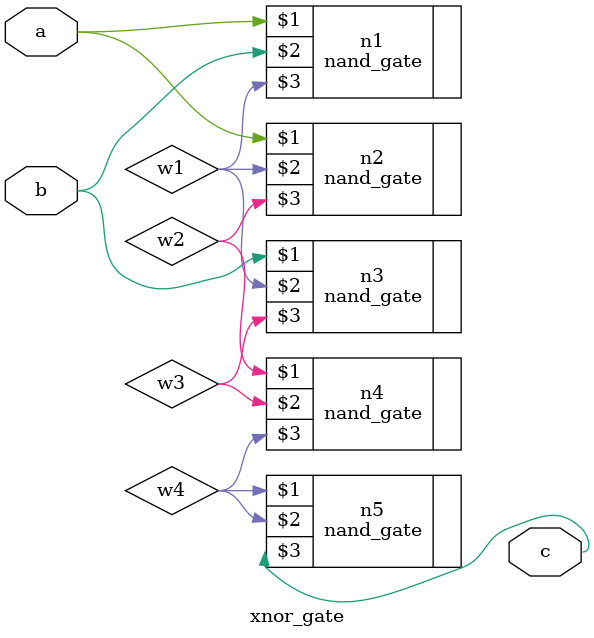
<source format=v>


`include "nand_gate.v"

module xnor_gate(a,b,c);
input a,b;
output c;
wire w1, w2, w3, w4;
nand_gate n1 (a,b,w1);
nand_gate n2 (a,w1,w2);
nand_gate n3 (b,w1,w3);
nand_gate n4 (w2,w3,w4);
nand_gate n5 (w4,w4,c);
endmodule
</source>
